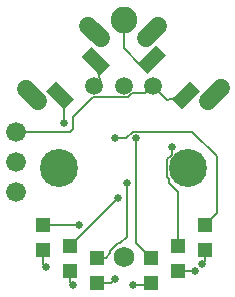
<source format=gtl>
G04 EAGLE Gerber RS-274X export*
G75*
%MOMM*%
%FSLAX34Y34*%
%LPD*%
%INTop Copper*%
%IPPOS*%
%AMOC8*
5,1,8,0,0,1.08239X$1,22.5*%
G01*
%ADD10C,2.250000*%
%ADD11C,1.755000*%
%ADD12C,1.676400*%
%ADD13R,1.200000X1.200000*%
%ADD14C,1.508000*%
%ADD15C,3.216000*%
%ADD16C,1.508000*%
%ADD17R,2.200000X1.200000*%
%ADD18C,0.152400*%
%ADD19C,0.203200*%
%ADD20C,0.654800*%


D10*
X152400Y265100D03*
D11*
X152400Y65100D03*
D12*
X60960Y170180D03*
X60960Y144780D03*
X60960Y119380D03*
D13*
X220980Y70780D03*
X220980Y91780D03*
X198120Y53000D03*
X198120Y74000D03*
X175260Y42840D03*
X175260Y63840D03*
X129540Y42840D03*
X129540Y63840D03*
X106680Y53000D03*
X106680Y74000D03*
X83820Y70780D03*
X83820Y91780D03*
D14*
X177400Y209700D03*
X152400Y209700D03*
X127400Y209700D03*
D15*
X207400Y139700D03*
X97400Y139700D03*
D16*
X171278Y250018D02*
X181941Y260681D01*
X234974Y207648D02*
X224311Y196985D01*
D17*
G36*
X164399Y228289D02*
X179954Y243844D01*
X188439Y235359D01*
X172884Y219804D01*
X164399Y228289D01*
G37*
G36*
X193449Y198123D02*
X209004Y213678D01*
X217489Y205193D01*
X201934Y189638D01*
X193449Y198123D01*
G37*
D16*
X80182Y196678D02*
X69519Y207341D01*
X122552Y260374D02*
X133215Y249711D01*
D17*
G36*
X101911Y189799D02*
X86356Y205354D01*
X94841Y213839D01*
X110396Y198284D01*
X101911Y189799D01*
G37*
G36*
X132077Y218849D02*
X116522Y234404D01*
X125007Y242889D01*
X140562Y227334D01*
X132077Y218849D01*
G37*
D18*
X132508Y214808D02*
X128542Y230869D01*
X132508Y214808D02*
X127400Y209700D01*
D19*
X189408Y197692D02*
X205469Y201658D01*
X189408Y197692D02*
X177400Y209700D01*
D18*
X159796Y203200D02*
X156470Y199874D01*
X139700Y199874D01*
X170900Y203200D02*
X177400Y209700D01*
X170900Y203200D02*
X159796Y203200D01*
X106680Y170180D02*
X60960Y170180D01*
X106680Y170180D02*
X109220Y172720D01*
X126214Y199874D02*
X139700Y199874D01*
X109220Y182880D02*
X109220Y172720D01*
X109220Y182880D02*
X126214Y199874D01*
D20*
X101600Y177800D03*
D18*
X101600Y196175D01*
X98376Y201819D01*
X220980Y70780D02*
X220980Y60960D01*
X218440Y58420D01*
D20*
X218440Y58420D03*
X212732Y52712D03*
D18*
X198408Y52712D01*
X198120Y53000D01*
X175260Y42840D02*
X173060Y40640D01*
X160020Y40640D01*
D20*
X160020Y40640D03*
X144780Y45720D03*
D18*
X141900Y42840D01*
X129540Y42840D01*
X106680Y43180D02*
X106680Y53000D01*
X106680Y43180D02*
X109220Y40640D01*
D20*
X109220Y40640D03*
X86360Y55880D03*
D18*
X83820Y58420D01*
X83820Y70780D01*
D20*
X144780Y165100D03*
D18*
X154697Y165100D01*
X160257Y170660D01*
X210340Y170660D01*
X231140Y149860D01*
X231140Y101940D01*
X220980Y91780D01*
D20*
X193040Y157480D03*
D18*
X193040Y151314D01*
X192313Y150587D01*
X189034Y147308D01*
X192313Y150587D01*
X189034Y147308D02*
X189034Y132093D01*
X190500Y130627D01*
X198120Y119380D02*
X198120Y74000D01*
X190500Y127000D02*
X190500Y130627D01*
X190500Y127000D02*
X198120Y119380D01*
D20*
X162560Y165100D03*
D18*
X162560Y76540D01*
X175260Y63840D01*
D20*
X154940Y127000D03*
D18*
X154940Y81280D01*
X137500Y63840D02*
X129540Y63840D01*
X149821Y76161D02*
X154940Y81280D01*
X149821Y76161D02*
X147818Y76161D01*
X141339Y69682D01*
X141339Y67679D01*
X137500Y63840D01*
D20*
X147320Y114300D03*
D18*
X107020Y74000D01*
X106680Y74000D01*
D20*
X114300Y91440D03*
D18*
X84160Y91440D01*
X83820Y91780D01*
D19*
X152400Y241300D02*
X152400Y265100D01*
X152400Y241300D02*
X166310Y227390D01*
X176419Y231824D01*
M02*

</source>
